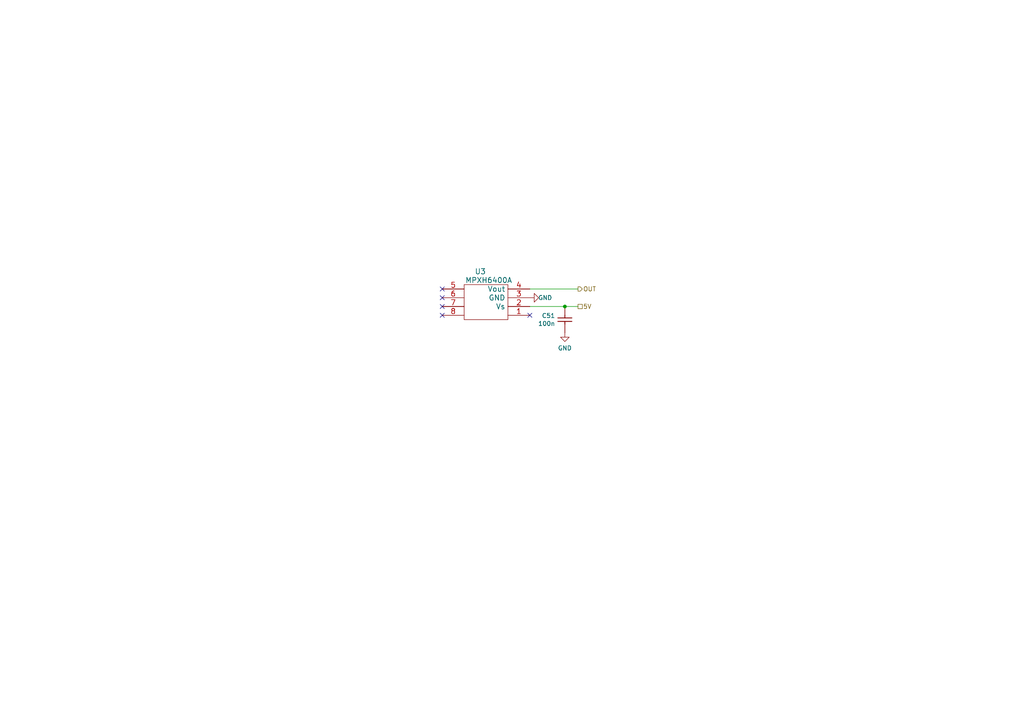
<source format=kicad_sch>
(kicad_sch (version 20230121) (generator eeschema)
  (paper "A4")
  (lib_symbols
    (symbol "hellen-one-common:Cap" (pin_numbers hide)
      (property "Reference" "C" (at -3.81 2.54 0))
      (property "Value" "Cap" (at -2.54 -1.27 0))
      (symbol "Cap_1_0"
        (polyline (pts (xy -1.27 0) (xy -0.508 0)) (stroke (width 0.254)))
        (polyline (pts (xy -0.508 -2.032) (xy -0.508 2.032)) (stroke (width 0.254)))
        (polyline (pts (xy 0.508 2.032) (xy 0.508 -2.032)) (stroke (width 0.254)))
        (polyline (pts (xy 1.27 0) (xy 0.508 0)) (stroke (width 0.254)))
        (pin passive line (at -3.81 0 0) (length 2.54) (name "") (number "1"))
        (pin passive line (at 3.81 0 180) (length 2.54) (name "") (number "2"))
      )
    )
    (symbol "hellen-one-common:MPX4_MAP" (pin_names (offset 0.762))
      (property "Reference" "U4" (at 3.81 -6.35 0))
      (property "Value" "MPXH6400A" (at -3.81 -3.81 0))
      (symbol "MPX4_MAP_0_1"
        (rectangle (start -2.54 7.62) (end 10.16 -2.54))
      )
      (symbol "MPX4_MAP_1_1"
        (pin passive line (at -8.89 6.35 0) (length 6.35) (name "") (number "1"))
        (pin passive line (at -8.89 3.81 0) (length 6.35) (name "Vs") (number "2"))
        (pin passive line (at -8.89 1.27 0) (length 6.35) (name "GND") (number "3"))
        (pin passive line (at -8.89 -1.27 0) (length 6.35) (name "Vout") (number "4"))
        (pin passive line (at 16.51 -1.27 180) (length 6.35) (name "") (number "5"))
        (pin passive line (at 16.51 1.27 180) (length 6.35) (name "") (number "6"))
        (pin passive line (at 16.51 3.81 180) (length 6.35) (name "") (number "7"))
        (pin passive line (at 16.51 6.35 180) (length 6.35) (name "") (number "8"))
      )
    )
    (symbol "power:GND" (power) (pin_names (offset 0))
      (property "Value" "GND" (at 0 -3.81 0))
      (symbol "GND_0_1"
        (polyline (pts (xy 0 0) (xy 0 -1.27) (xy 1.27 -1.27) (xy 0 -2.54) (xy -1.27 -1.27) (xy 0 -1.27)))
      )
      (symbol "GND_1_1"
        (pin power_in line (at 0 0 270) (length 0) hide (name "GND") (number "1"))
      )
    )
  )
  (junction (at 163.83 88.9))
  (no_connect (at 128.27 83.82))
  (no_connect (at 128.27 91.44))
  (no_connect (at 128.27 86.36))
  (no_connect (at 128.27 88.9))
  (no_connect (at 153.67 91.44))
  (wire (pts (xy 153.67 83.82) (xy 167.64 83.82)))
  (wire (pts (xy 163.83 88.9) (xy 167.64 88.9)))
  (wire (pts (xy 163.83 88.9) (xy 153.67 88.9)))
  (hierarchical_label "5V" (shape passive) (at 167.64 88.9 0))
  (hierarchical_label "OUT" (shape output) (at 167.64 83.82 0))
  (symbol (lib_id "hellen-one-common:MPX4_MAP") (at 144.78 85.09 180) (unit 1)
    (property "Reference" "U3" (at 140.97 78.74 0) (effects (font (size 1.524 1.524)) (justify left)))
    (property "Value" "MPXH6400A" (at 148.59 81.28 0) (effects (font (size 1.524 1.524)) (justify left)))
    (property "Footprint" "hellen-one-common:MPXH6400A-SSOP8" (effects hide))
    (property "LCSC" "C511770" (effects hide))
  )
  (symbol (lib_id "power:GND") (at 153.67 86.36 90) (mirror x) (unit 1)
    (property "Reference" "#PWR0275" (effects hide))
    (property "Value" "GND" (at 158.115 86.36 90))
    (instances (project "alphax_8ch" (path "" (reference "#PWR0275") (unit 1)) (path "" (reference "#PWR0167") (unit 1))))
  )
  (symbol (lib_id "power:GND") (at 163.83 96.52 0) (mirror y) (unit 1)
    (property "Reference" "#PWR0278" (effects hide))
    (property "Value" "GND" (at 163.83 100.965 0))
    (instances (project "alphax_8ch" (path "" (reference "#PWR0278") (unit 1)) (path "" (reference "#PWR0168") (unit 1))))
  )
  (symbol (lib_id "hellen-one-common:Cap") (at 163.83 92.71 270) (mirror x) (unit 1)
    (property "Reference" "C51" (at 161.0359 91.5606 90) (effects (justify right)))
    (property "Value" "100n" (at 161.0359 93.8593 90) (effects (justify right)))
    (property "Footprint" "hellen-one-common:C0603" (effects hide))
    (property "LCSC" "C14663" (effects hide))
    (instances (project "alphax_8ch" (path "" (reference "C51") (unit 1)) (path "" (reference "C12") (unit 1))))
  )
)
</source>
